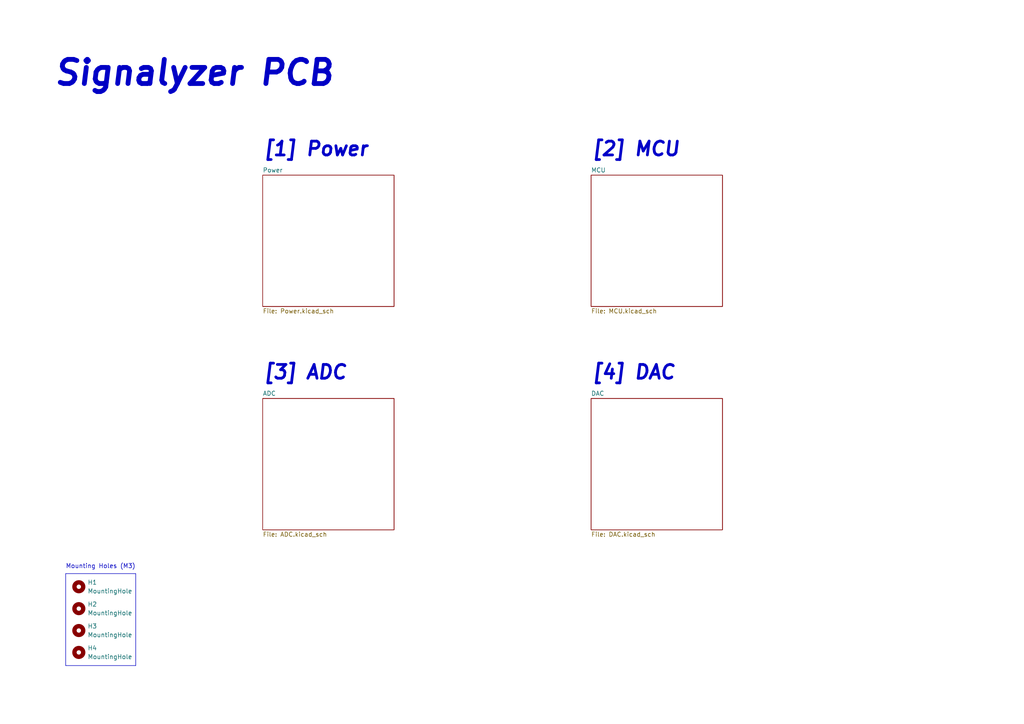
<source format=kicad_sch>
(kicad_sch (version 20230121) (generator eeschema)

  (uuid e63e39d7-6ac0-4ffd-8aa3-1841a4541b55)

  (paper "A4")

  (title_block
    (title "Signalyzer")
    (date "11/4/2022")
    (rev "1")
    (company "Dylan Gutierrez")
  )

  (lib_symbols
    (symbol "Mechanical:MountingHole" (pin_names (offset 1.016)) (in_bom yes) (on_board yes)
      (property "Reference" "H" (at 0 5.08 0)
        (effects (font (size 1.27 1.27)))
      )
      (property "Value" "MountingHole" (at 0 3.175 0)
        (effects (font (size 1.27 1.27)))
      )
      (property "Footprint" "" (at 0 0 0)
        (effects (font (size 1.27 1.27)) hide)
      )
      (property "Datasheet" "~" (at 0 0 0)
        (effects (font (size 1.27 1.27)) hide)
      )
      (property "ki_keywords" "mounting hole" (at 0 0 0)
        (effects (font (size 1.27 1.27)) hide)
      )
      (property "ki_description" "Mounting Hole without connection" (at 0 0 0)
        (effects (font (size 1.27 1.27)) hide)
      )
      (property "ki_fp_filters" "MountingHole*" (at 0 0 0)
        (effects (font (size 1.27 1.27)) hide)
      )
      (symbol "MountingHole_0_1"
        (circle (center 0 0) (radius 1.27)
          (stroke (width 1.27) (type default))
          (fill (type none))
        )
      )
    )
  )


  (polyline (pts (xy 39.37 193.04) (xy 39.37 166.37))
    (stroke (width 0) (type default))
    (uuid 11cfee97-7ccb-4bfc-a3a3-1ed68e07780c)
  )
  (polyline (pts (xy 19.05 193.04) (xy 39.37 193.04))
    (stroke (width 0) (type default))
    (uuid 41ab05aa-49e0-466e-be74-d13c2598bc67)
  )
  (polyline (pts (xy 19.05 166.37) (xy 39.37 166.37))
    (stroke (width 0) (type default))
    (uuid e586e87a-0490-462a-b55a-7799643cd621)
  )
  (polyline (pts (xy 19.05 166.37) (xy 19.05 193.04))
    (stroke (width 0) (type default))
    (uuid ff95e20f-bced-44c0-aeea-37002f4b6d96)
  )

  (text "[2] MCU" (at 171.45 45.72 0)
    (effects (font (size 4 4) (thickness 0.8) bold italic) (justify left bottom))
    (uuid 295f83a5-60ae-4111-84df-4bfac9f523c4)
  )
  (text "Mounting Holes (M3)" (at 19.05 165.1 0)
    (effects (font (size 1.27 1.27)) (justify left bottom))
    (uuid 342f7ea8-1689-45cf-8635-4d833d389d8b)
  )
  (text "[4] DAC" (at 171.45 110.49 0)
    (effects (font (size 4 4) (thickness 0.8) bold italic) (justify left bottom))
    (uuid 37c28c80-7997-46e7-8496-f6d1531c0b29)
  )
  (text "Signalyzer PCB" (at 15.24 25.4 0)
    (effects (font (size 7 7) (thickness 1.4) bold italic) (justify left bottom))
    (uuid ba5ac7b6-f968-45d4-825d-b6609f2eb85f)
  )
  (text "[3] ADC" (at 76.2 110.49 0)
    (effects (font (size 4 4) (thickness 0.8) bold italic) (justify left bottom))
    (uuid c9b85fa3-7b1f-4ecd-b0cc-69cdc23ad8d8)
  )
  (text "[1] Power" (at 76.2 45.72 0)
    (effects (font (size 4 4) (thickness 0.8) bold italic) (justify left bottom))
    (uuid e5f9976b-588c-4397-b47e-ea4f73b2b172)
  )

  (symbol (lib_id "Mechanical:MountingHole") (at 22.86 176.53 0) (unit 1)
    (in_bom yes) (on_board yes) (dnp no) (fields_autoplaced)
    (uuid 031d988e-b31d-43e4-88cf-fe2f259ecb91)
    (property "Reference" "H2" (at 25.4 175.2599 0)
      (effects (font (size 1.27 1.27)) (justify left))
    )
    (property "Value" "MountingHole" (at 25.4 177.7999 0)
      (effects (font (size 1.27 1.27)) (justify left))
    )
    (property "Footprint" "MountingHole:MountingHole_3.2mm_M3" (at 22.86 176.53 0)
      (effects (font (size 1.27 1.27)) hide)
    )
    (property "Datasheet" "~" (at 22.86 176.53 0)
      (effects (font (size 1.27 1.27)) hide)
    )
    (instances
      (project "Signalyzer"
        (path "/e63e39d7-6ac0-4ffd-8aa3-1841a4541b55"
          (reference "H2") (unit 1)
        )
      )
    )
  )

  (symbol (lib_id "Mechanical:MountingHole") (at 22.86 182.88 0) (unit 1)
    (in_bom yes) (on_board yes) (dnp no) (fields_autoplaced)
    (uuid 18a0cffa-aa3f-4c54-912a-90e7c25e35a9)
    (property "Reference" "H3" (at 25.4 181.6099 0)
      (effects (font (size 1.27 1.27)) (justify left))
    )
    (property "Value" "MountingHole" (at 25.4 184.1499 0)
      (effects (font (size 1.27 1.27)) (justify left))
    )
    (property "Footprint" "MountingHole:MountingHole_3.2mm_M3" (at 22.86 182.88 0)
      (effects (font (size 1.27 1.27)) hide)
    )
    (property "Datasheet" "~" (at 22.86 182.88 0)
      (effects (font (size 1.27 1.27)) hide)
    )
    (instances
      (project "Signalyzer"
        (path "/e63e39d7-6ac0-4ffd-8aa3-1841a4541b55"
          (reference "H3") (unit 1)
        )
      )
    )
  )

  (symbol (lib_id "Mechanical:MountingHole") (at 22.86 170.18 0) (unit 1)
    (in_bom yes) (on_board yes) (dnp no) (fields_autoplaced)
    (uuid 4484761c-3bec-4b0a-8e23-c6aa7e84b87b)
    (property "Reference" "H1" (at 25.4 168.9099 0)
      (effects (font (size 1.27 1.27)) (justify left))
    )
    (property "Value" "MountingHole" (at 25.4 171.4499 0)
      (effects (font (size 1.27 1.27)) (justify left))
    )
    (property "Footprint" "MountingHole:MountingHole_3.2mm_M3" (at 22.86 170.18 0)
      (effects (font (size 1.27 1.27)) hide)
    )
    (property "Datasheet" "~" (at 22.86 170.18 0)
      (effects (font (size 1.27 1.27)) hide)
    )
    (instances
      (project "Signalyzer"
        (path "/e63e39d7-6ac0-4ffd-8aa3-1841a4541b55"
          (reference "H1") (unit 1)
        )
      )
    )
  )

  (symbol (lib_id "Mechanical:MountingHole") (at 22.86 189.23 0) (unit 1)
    (in_bom yes) (on_board yes) (dnp no) (fields_autoplaced)
    (uuid da786d90-69fd-401a-b33a-12fd9db4941b)
    (property "Reference" "H4" (at 25.4 187.9599 0)
      (effects (font (size 1.27 1.27)) (justify left))
    )
    (property "Value" "MountingHole" (at 25.4 190.4999 0)
      (effects (font (size 1.27 1.27)) (justify left))
    )
    (property "Footprint" "MountingHole:MountingHole_3.2mm_M3" (at 22.86 189.23 0)
      (effects (font (size 1.27 1.27)) hide)
    )
    (property "Datasheet" "~" (at 22.86 189.23 0)
      (effects (font (size 1.27 1.27)) hide)
    )
    (instances
      (project "Signalyzer"
        (path "/e63e39d7-6ac0-4ffd-8aa3-1841a4541b55"
          (reference "H4") (unit 1)
        )
      )
    )
  )

  (sheet (at 76.2 50.8) (size 38.1 38.1) (fields_autoplaced)
    (stroke (width 0.1524) (type solid))
    (fill (color 0 0 0 0.0000))
    (uuid 5461e9bd-af58-4d4c-9c5e-853f9e0ac171)
    (property "Sheetname" "Power" (at 76.2 50.0884 0)
      (effects (font (size 1.27 1.27)) (justify left bottom))
    )
    (property "Sheetfile" "Power.kicad_sch" (at 76.2 89.4846 0)
      (effects (font (size 1.27 1.27)) (justify left top))
    )
    (instances
      (project "Signalyzer"
        (path "/e63e39d7-6ac0-4ffd-8aa3-1841a4541b55" (page "2"))
      )
    )
  )

  (sheet (at 171.45 115.57) (size 38.1 38.1) (fields_autoplaced)
    (stroke (width 0.1524) (type solid))
    (fill (color 0 0 0 0.0000))
    (uuid 6d974f51-50c1-491b-8582-2ad56f14df72)
    (property "Sheetname" "DAC" (at 171.45 114.8584 0)
      (effects (font (size 1.27 1.27)) (justify left bottom))
    )
    (property "Sheetfile" "DAC.kicad_sch" (at 171.45 154.2546 0)
      (effects (font (size 1.27 1.27)) (justify left top))
    )
    (instances
      (project "Signalyzer"
        (path "/e63e39d7-6ac0-4ffd-8aa3-1841a4541b55" (page "5"))
      )
    )
  )

  (sheet (at 171.45 50.8) (size 38.1 38.1) (fields_autoplaced)
    (stroke (width 0.1524) (type solid))
    (fill (color 0 0 0 0.0000))
    (uuid d808b7fa-8028-4d3c-9dfc-b30a473b1d92)
    (property "Sheetname" "MCU" (at 171.45 50.0884 0)
      (effects (font (size 1.27 1.27)) (justify left bottom))
    )
    (property "Sheetfile" "MCU.kicad_sch" (at 171.45 89.4846 0)
      (effects (font (size 1.27 1.27)) (justify left top))
    )
    (instances
      (project "Signalyzer"
        (path "/e63e39d7-6ac0-4ffd-8aa3-1841a4541b55" (page "3"))
      )
    )
  )

  (sheet (at 76.2 115.57) (size 38.1 38.1) (fields_autoplaced)
    (stroke (width 0.1524) (type solid))
    (fill (color 0 0 0 0.0000))
    (uuid dd6bde50-bf0c-4aee-a864-aa1175a8b826)
    (property "Sheetname" "ADC" (at 76.2 114.8584 0)
      (effects (font (size 1.27 1.27)) (justify left bottom))
    )
    (property "Sheetfile" "ADC.kicad_sch" (at 76.2 154.2546 0)
      (effects (font (size 1.27 1.27)) (justify left top))
    )
    (instances
      (project "Signalyzer"
        (path "/e63e39d7-6ac0-4ffd-8aa3-1841a4541b55" (page "4"))
      )
    )
  )

  (sheet_instances
    (path "/" (page "1"))
  )
)

</source>
